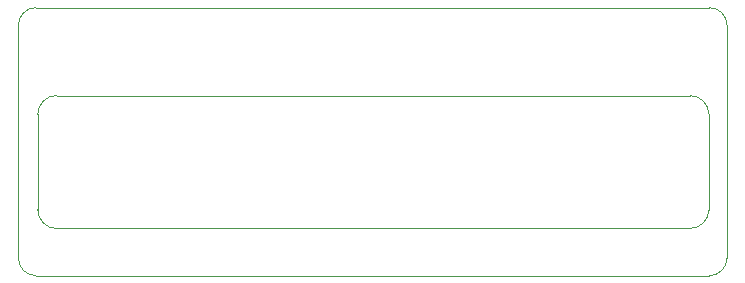
<source format=gbr>
%TF.GenerationSoftware,KiCad,Pcbnew,8.0.4*%
%TF.CreationDate,2024-08-02T10:12:25-04:00*%
%TF.ProjectId,esptemp8c_panel2,65737074-656d-4703-9863-5f70616e656c,rev?*%
%TF.SameCoordinates,Original*%
%TF.FileFunction,Profile,NP*%
%FSLAX46Y46*%
G04 Gerber Fmt 4.6, Leading zero omitted, Abs format (unit mm)*
G04 Created by KiCad (PCBNEW 8.0.4) date 2024-08-02 10:12:25*
%MOMM*%
%LPD*%
G01*
G04 APERTURE LIST*
%TA.AperFunction,Profile*%
%ADD10C,0.100000*%
%TD*%
G04 APERTURE END LIST*
D10*
X193555982Y-97142509D02*
G75*
G02*
X191968482Y-98729982I-1587482J9D01*
G01*
X195090983Y-101230009D02*
G75*
G02*
X193590983Y-102729983I-1499983J9D01*
G01*
X191968482Y-98730009D02*
X138323482Y-98730009D01*
X136590983Y-102730009D02*
X193590983Y-102730009D01*
X193555982Y-89067509D02*
X193555982Y-97142509D01*
X135090983Y-81530009D02*
X135090983Y-101230009D01*
X136735982Y-97142509D02*
X136735982Y-89067509D01*
X136590983Y-102730009D02*
G75*
G02*
X135090991Y-101230009I17J1500009D01*
G01*
X135090983Y-81530009D02*
G75*
G02*
X136590983Y-80029983I1500017J9D01*
G01*
X138323482Y-87480009D02*
X191968482Y-87480009D01*
X195090983Y-101230009D02*
X195090983Y-81530009D01*
X138323482Y-98730009D02*
G75*
G02*
X136735991Y-97142509I18J1587509D01*
G01*
X193590983Y-80030009D02*
G75*
G02*
X195090991Y-81530009I17J-1499991D01*
G01*
X193590983Y-80030009D02*
X136590983Y-80030009D01*
X191968482Y-87480009D02*
G75*
G02*
X193555991Y-89067509I18J-1587491D01*
G01*
X136735982Y-89067509D02*
G75*
G02*
X138323482Y-87479982I1587518J9D01*
G01*
M02*

</source>
